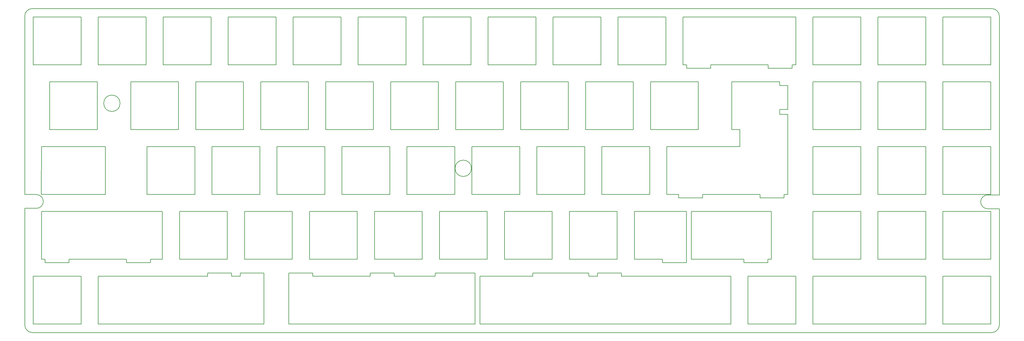
<source format=gbr>
%TF.GenerationSoftware,KiCad,Pcbnew,(7.0.0)*%
%TF.CreationDate,2023-03-30T18:52:10+02:00*%
%TF.ProjectId,qazimodo plate,71617a69-6d6f-4646-9f20-706c6174652e,rev?*%
%TF.SameCoordinates,Original*%
%TF.FileFunction,Profile,NP*%
%FSLAX46Y46*%
G04 Gerber Fmt 4.6, Leading zero omitted, Abs format (unit mm)*
G04 Created by KiCad (PCBNEW (7.0.0)) date 2023-03-30 18:52:10*
%MOMM*%
%LPD*%
G01*
G04 APERTURE LIST*
%TA.AperFunction,Profile*%
%ADD10C,0.200000*%
%TD*%
G04 APERTURE END LIST*
D10*
X138760937Y-48552682D02*
X124760937Y-48552682D01*
X51943000Y-105702682D02*
X50942187Y-105702682D01*
X195910937Y-62552682D02*
X195910937Y-48552682D01*
X248412000Y-86652682D02*
X234298437Y-86652682D01*
X310210937Y-86652682D02*
X296210937Y-86652682D01*
X310210937Y-48552682D02*
X296210937Y-48552682D01*
X166360937Y-124752682D02*
X160192187Y-124752682D01*
X296210937Y-81602682D02*
X310210937Y-81602682D01*
X143523437Y-119702682D02*
X143523437Y-105702682D01*
X291160937Y-86652682D02*
X277160937Y-86652682D01*
X191435937Y-81602682D02*
X205435937Y-81602682D01*
X224773437Y-119702682D02*
X233004187Y-119702682D01*
X214960937Y-48552682D02*
X200960937Y-48552682D01*
X154342687Y-123752682D02*
X154310937Y-123752682D01*
X148285937Y-81602682D02*
X148285937Y-67602682D01*
X48560937Y-138752682D02*
X62560937Y-138752682D01*
X229535937Y-81602682D02*
X243535937Y-81602682D01*
X191148437Y-86652682D02*
X177148437Y-86652682D01*
X296210937Y-67602682D02*
X296210937Y-81602682D01*
X119710937Y-48552682D02*
X105710937Y-48552682D01*
X291160937Y-119702682D02*
X291160937Y-105702682D01*
X46037500Y-104775000D02*
X46040054Y-139031184D01*
X77135937Y-67602682D02*
X77135937Y-81602682D01*
X194967687Y-123752682D02*
X194967687Y-124752682D01*
X65024000Y-100652682D02*
X69704687Y-100652682D01*
X261642687Y-101652682D02*
X268642687Y-101652682D01*
X210485937Y-81602682D02*
X224485937Y-81602682D01*
X224773437Y-105702682D02*
X224773437Y-119702682D01*
X129523437Y-119702682D02*
X143523437Y-119702682D01*
X172098437Y-100652682D02*
X172098437Y-86652682D01*
X269729687Y-77127682D02*
X267348437Y-77127682D01*
X264967187Y-105702682D02*
X250952000Y-105702682D01*
X253348437Y-67602682D02*
X253348437Y-81602682D01*
X91423437Y-119702682D02*
X105423437Y-119702682D01*
X62560937Y-124752682D02*
X48560937Y-124752682D01*
X186385937Y-81602682D02*
X186385937Y-67602682D01*
X100660937Y-62552682D02*
X100660937Y-48552682D01*
X129523437Y-105702682D02*
X129523437Y-119702682D01*
X162860937Y-62552682D02*
X176860937Y-62552682D01*
X315260937Y-124752682D02*
X315260937Y-138752682D01*
X328353046Y-100838005D02*
G75*
G03*
X328353044Y-104901995I-5546J-2031995D01*
G01*
X291160937Y-100652682D02*
X291160937Y-86652682D01*
X255729687Y-81602682D02*
X255729687Y-86652682D01*
X195910937Y-48552682D02*
X181910937Y-48552682D01*
X81610937Y-62552682D02*
X81610937Y-48552682D01*
X315260937Y-67602682D02*
X315260937Y-81602682D01*
X115235937Y-67602682D02*
X115235937Y-81602682D01*
X277160937Y-119702682D02*
X291160937Y-119702682D01*
X138760937Y-62552682D02*
X138760937Y-48552682D01*
X211460937Y-123752682D02*
X206883000Y-123752682D01*
X91135937Y-81602682D02*
X91135937Y-67602682D01*
X123466687Y-123752682D02*
X123466687Y-138752682D01*
X267348437Y-67602682D02*
X253348437Y-67602682D01*
X244766687Y-100652682D02*
X246126000Y-100652682D01*
X124473437Y-119702682D02*
X124473437Y-105702682D01*
X215248437Y-100652682D02*
X229248437Y-100652682D01*
X315260937Y-86652682D02*
X315260937Y-100652682D01*
X53323437Y-67602682D02*
X53323437Y-81602682D01*
X200673437Y-105702682D02*
X186673437Y-105702682D01*
X277160937Y-124752682D02*
X277160937Y-138752682D01*
X329260937Y-62552682D02*
X329260937Y-48552682D01*
X133998437Y-100652682D02*
X133998437Y-86652682D01*
X220985937Y-124752682D02*
X220985937Y-123752682D01*
X277160937Y-105702682D02*
X277160937Y-119702682D01*
X86660937Y-62552682D02*
X100660937Y-62552682D01*
X309123937Y-138752682D02*
X310210937Y-138752682D01*
X59029187Y-119702682D02*
X74549000Y-119702682D01*
X154342687Y-124752682D02*
X154342687Y-123752682D01*
X229535937Y-67602682D02*
X229535937Y-81602682D01*
X100660937Y-48552682D02*
X86660937Y-48552682D01*
X240004187Y-105702682D02*
X238773437Y-105702682D01*
X181910937Y-62552682D02*
X195910937Y-62552682D01*
X267348437Y-77127682D02*
X267348437Y-75689682D01*
X179529687Y-124752682D02*
X179529687Y-138752682D01*
X173360937Y-123752682D02*
X171091687Y-123752682D01*
X263880187Y-119702682D02*
X264967187Y-119702682D01*
X172098437Y-86652682D02*
X158098437Y-86652682D01*
X247147937Y-62552682D02*
X262636000Y-62552682D01*
X110473437Y-105702682D02*
X110473437Y-119702682D01*
X267348437Y-68689682D02*
X267348437Y-67602682D01*
X310210937Y-100652682D02*
X310210937Y-86652682D01*
X205435937Y-81602682D02*
X205435937Y-67602682D01*
X46041701Y-100711000D02*
X49452502Y-100711000D01*
X133998437Y-86652682D02*
X119998437Y-86652682D01*
X224485937Y-81602682D02*
X224485937Y-67602682D01*
X82905187Y-120702682D02*
X82905187Y-119702682D01*
X267348437Y-75689682D02*
X269729687Y-75689682D01*
X49452502Y-104774996D02*
G75*
G03*
X49452504Y-100711004I5598J2031996D01*
G01*
X124760937Y-62552682D02*
X138760937Y-62552682D01*
X263880187Y-120702682D02*
X263880187Y-119702682D01*
X214960937Y-62552682D02*
X214960937Y-48552682D01*
X171091687Y-123752682D02*
X166360937Y-123752682D01*
X64897000Y-86652682D02*
X50942187Y-86652682D01*
X243535937Y-81602682D02*
X243535937Y-67602682D01*
X59029187Y-120702682D02*
X59029187Y-119702682D01*
X239060937Y-62552682D02*
X240147937Y-62552682D01*
X296210937Y-62552682D02*
X310210937Y-62552682D01*
X315260937Y-138752682D02*
X329260937Y-138752682D01*
X296210937Y-86652682D02*
X296210937Y-100652682D01*
X253060937Y-138752682D02*
X253060937Y-124752682D01*
X315260937Y-48552682D02*
X315260937Y-62552682D01*
X67610937Y-138752682D02*
X116205000Y-138752682D01*
X110185937Y-81602682D02*
X110185937Y-67602682D01*
X91135937Y-67602682D02*
X77135937Y-67602682D01*
X119998437Y-100652682D02*
X133998437Y-100652682D01*
X329260937Y-105702682D02*
X315260937Y-105702682D01*
X205723437Y-119702682D02*
X219723437Y-119702682D01*
X237766687Y-101652682D02*
X244766687Y-101652682D01*
X191148437Y-100652682D02*
X191148437Y-86652682D01*
X277160937Y-48552682D02*
X277160937Y-62552682D01*
X53323437Y-81602682D02*
X67323437Y-81602682D01*
X153335937Y-67602682D02*
X153335937Y-81602682D01*
X109210937Y-124752682D02*
X106692187Y-124752682D01*
X250967187Y-105702682D02*
X241442187Y-105702682D01*
X211460937Y-124752682D02*
X211460937Y-123752682D01*
X194967687Y-124752682D02*
X181864000Y-124752682D01*
X291160937Y-62552682D02*
X291160937Y-48552682D01*
X229248437Y-100652682D02*
X229248437Y-86652682D01*
X96185937Y-67602682D02*
X96185937Y-81602682D01*
X244766687Y-101652682D02*
X244766687Y-100652682D01*
X262636000Y-62552682D02*
X264023937Y-62552682D01*
X224485937Y-67602682D02*
X210485937Y-67602682D01*
X86660937Y-48552682D02*
X86660937Y-62552682D01*
X329260937Y-48552682D02*
X315260937Y-48552682D01*
X264967187Y-119702682D02*
X264967187Y-105702682D01*
X291160937Y-48552682D02*
X277160937Y-48552682D01*
X291160937Y-105702682D02*
X277160937Y-105702682D01*
X167335937Y-81602682D02*
X167335937Y-67602682D01*
X67610937Y-124752682D02*
X67610937Y-138752682D01*
X239060937Y-48552682D02*
X239060937Y-62552682D01*
X100948437Y-86652682D02*
X100948437Y-100652682D01*
X213985937Y-124752682D02*
X211460937Y-124752682D01*
X268642687Y-101652682D02*
X268642687Y-100652682D01*
X67610937Y-48552682D02*
X67610937Y-62552682D01*
X81898437Y-86652682D02*
X81898437Y-100652682D01*
X177009344Y-93001114D02*
G75*
G03*
X177009344Y-93001114I-2400000J0D01*
G01*
X48560937Y-48552682D02*
X48560937Y-62552682D01*
X277160937Y-67602682D02*
X277160937Y-81602682D01*
X261642687Y-100652682D02*
X261642687Y-101652682D01*
X277160937Y-62552682D02*
X291160937Y-62552682D01*
X329260937Y-67602682D02*
X315260937Y-67602682D01*
X210485937Y-67602682D02*
X210485937Y-81602682D01*
X48560937Y-62552682D02*
X62560937Y-62552682D01*
X315260937Y-100652682D02*
X329260937Y-100652682D01*
X186673437Y-119702682D02*
X200673437Y-119702682D01*
X310210937Y-81602682D02*
X310210937Y-67602682D01*
X148573437Y-105702682D02*
X148573437Y-119702682D01*
X50942187Y-119702682D02*
X52029187Y-119702682D01*
X116210937Y-123752682D02*
X109210937Y-123752682D01*
X166360937Y-123752682D02*
X166360937Y-124752682D01*
X82905187Y-119702682D02*
X86373437Y-119702682D01*
X91423437Y-105702682D02*
X91423437Y-119702682D01*
X291160937Y-81602682D02*
X291160937Y-67602682D01*
X220010937Y-48552682D02*
X220010937Y-62552682D01*
X114948437Y-86652682D02*
X100948437Y-86652682D01*
X99692187Y-123752682D02*
X99685937Y-123752682D01*
X233004187Y-120702682D02*
X240004187Y-120702682D01*
X310210937Y-124752682D02*
X309123937Y-124752682D01*
X52029187Y-119702682D02*
X52029187Y-120702682D01*
X157810937Y-48552682D02*
X143810937Y-48552682D01*
X196198437Y-100652682D02*
X210198437Y-100652682D01*
X219723437Y-119702682D02*
X219723437Y-105702682D01*
X110185937Y-67602682D02*
X96185937Y-67602682D01*
X48290054Y-141281184D02*
X329540054Y-141281184D01*
X119710937Y-62552682D02*
X119710937Y-48552682D01*
X277160937Y-138752682D02*
X278247937Y-138752682D01*
X234298437Y-100652682D02*
X237766687Y-100652682D01*
X172385937Y-67602682D02*
X172385937Y-81602682D01*
X172385937Y-81602682D02*
X186385937Y-81602682D01*
X210198437Y-86652682D02*
X196198437Y-86652682D01*
X272110937Y-62552682D02*
X272110937Y-48552682D01*
X158098437Y-86652682D02*
X158098437Y-100652682D01*
X315260937Y-105702682D02*
X315260937Y-119702682D01*
X234010937Y-62552682D02*
X234010937Y-48552682D01*
X167623437Y-105702682D02*
X167623437Y-119702682D01*
X191435937Y-67602682D02*
X191435937Y-81602682D01*
X310210937Y-67602682D02*
X296210937Y-67602682D01*
X181864000Y-138752682D02*
X253060937Y-138752682D01*
X143810937Y-62552682D02*
X157810937Y-62552682D01*
X296210937Y-100652682D02*
X310210937Y-100652682D01*
X116210937Y-138752682D02*
X116210937Y-123752682D01*
X81610937Y-48552682D02*
X67610937Y-48552682D01*
X186385937Y-67602682D02*
X172385937Y-67602682D01*
X50927000Y-100652682D02*
X65024000Y-100652682D01*
X143810937Y-48552682D02*
X143810937Y-62552682D01*
X167623437Y-119702682D02*
X181623437Y-119702682D01*
X143523437Y-105702682D02*
X129523437Y-105702682D01*
X329260937Y-124752682D02*
X315260937Y-124752682D01*
X119998437Y-86652682D02*
X119998437Y-100652682D01*
X264023937Y-62552682D02*
X264023937Y-63552682D01*
X67323437Y-81602682D02*
X67323437Y-67602682D01*
X106692187Y-123752682D02*
X106685937Y-123752682D01*
X272110937Y-124752682D02*
X258110937Y-124752682D01*
X130466687Y-124752682D02*
X130466687Y-123752682D01*
X73991873Y-73880935D02*
G75*
G03*
X73991873Y-73880935I-2400000J0D01*
G01*
X123466687Y-138752682D02*
X124714000Y-138752682D01*
X139048437Y-100652682D02*
X153048437Y-100652682D01*
X176860937Y-48552682D02*
X162860937Y-48552682D01*
X310210937Y-62552682D02*
X310210937Y-48552682D01*
X256880187Y-119702682D02*
X256880187Y-120702682D01*
X100948437Y-100652682D02*
X114948437Y-100652682D01*
X129235937Y-67602682D02*
X115235937Y-67602682D01*
X105423437Y-119702682D02*
X105423437Y-105702682D01*
X310210937Y-119702682D02*
X310210937Y-105702682D01*
X129235937Y-81602682D02*
X129235937Y-67602682D01*
X105423437Y-105702682D02*
X91423437Y-105702682D01*
X75905187Y-119702682D02*
X75905187Y-120702682D01*
X176860937Y-62552682D02*
X176860937Y-48552682D01*
X296210937Y-105702682D02*
X296210937Y-119702682D01*
X220985937Y-123752682D02*
X213985937Y-123752682D01*
X296210937Y-48552682D02*
X296210937Y-62552682D01*
X315260937Y-62552682D02*
X329260937Y-62552682D01*
X147310937Y-124752682D02*
X138811000Y-124752682D01*
X196198437Y-86652682D02*
X196198437Y-100652682D01*
X240004187Y-120702682D02*
X240004187Y-105702682D01*
X99695000Y-124752682D02*
X67610937Y-124752682D01*
X74549000Y-119702682D02*
X75905187Y-119702682D01*
X331790116Y-48281184D02*
G75*
G03*
X329540054Y-46031184I-2250016J-16D01*
G01*
X240147937Y-63552682D02*
X247147937Y-63552682D01*
X243535937Y-67602682D02*
X229535937Y-67602682D01*
X271023937Y-62552682D02*
X272110937Y-62552682D01*
X153048437Y-86652682D02*
X139048437Y-86652682D01*
X238760000Y-105702682D02*
X224773437Y-105702682D01*
X269729687Y-100652682D02*
X269729687Y-99695000D01*
X310210937Y-138752682D02*
X310210937Y-124752682D01*
X46037500Y-104775000D02*
X49452502Y-104775000D01*
X241442187Y-105702682D02*
X241442187Y-119702682D01*
X219723437Y-105702682D02*
X205723437Y-105702682D01*
X277160937Y-100652682D02*
X291160937Y-100652682D01*
X181864000Y-124752682D02*
X179529687Y-124752682D01*
X206883000Y-123752682D02*
X194967687Y-123752682D01*
X160192187Y-124752682D02*
X154342687Y-124752682D01*
X240147937Y-62552682D02*
X240147937Y-63552682D01*
X124714000Y-138752682D02*
X178091687Y-138752682D01*
X105710937Y-48552682D02*
X105710937Y-62552682D01*
X106685937Y-123752682D02*
X99692187Y-123752682D01*
X269729687Y-99695000D02*
X269729687Y-77127682D01*
X115235937Y-81602682D02*
X129235937Y-81602682D01*
X331790766Y-100839711D02*
X331790054Y-48281184D01*
X167335937Y-67602682D02*
X153335937Y-67602682D01*
X162573437Y-105702682D02*
X148573437Y-105702682D01*
X331790766Y-100839711D02*
X328353046Y-100838000D01*
X247147937Y-63552682D02*
X247147937Y-62552682D01*
X237766687Y-100652682D02*
X237766687Y-101652682D01*
X296210937Y-119702682D02*
X310210937Y-119702682D01*
X95898437Y-86652682D02*
X81898437Y-86652682D01*
X48290054Y-46031154D02*
G75*
G03*
X46040054Y-48281184I46J-2250046D01*
G01*
X269729687Y-68689682D02*
X267348437Y-68689682D01*
X315260937Y-81602682D02*
X329260937Y-81602682D01*
X234298437Y-86652682D02*
X234298437Y-100652682D01*
X75905187Y-120702682D02*
X82905187Y-120702682D01*
X67323437Y-67602682D02*
X53323437Y-67602682D01*
X86373437Y-119702682D02*
X86373437Y-105702682D01*
X69704687Y-100652682D02*
X69704687Y-86652682D01*
X241442187Y-119702682D02*
X250967187Y-119702682D01*
X220010937Y-62552682D02*
X234010937Y-62552682D01*
X50942187Y-86652682D02*
X50927000Y-100652682D01*
X331787498Y-104901996D02*
X331790054Y-139031184D01*
X272110937Y-138752682D02*
X272110937Y-124752682D01*
X62560937Y-62552682D02*
X62560937Y-48552682D01*
X329260937Y-119702682D02*
X329260937Y-105702682D01*
X213985937Y-123752682D02*
X213985937Y-124752682D01*
X162860937Y-48552682D02*
X162860937Y-62552682D01*
X291160937Y-67602682D02*
X277160937Y-67602682D01*
X329260937Y-81602682D02*
X329260937Y-67602682D01*
X258110937Y-138752682D02*
X272110937Y-138752682D01*
X240147937Y-48552682D02*
X239060937Y-48552682D01*
X110473437Y-119702682D02*
X124473437Y-119702682D01*
X181910937Y-48552682D02*
X181910937Y-62552682D01*
X278247937Y-138752682D02*
X309123937Y-138752682D01*
X148285937Y-67602682D02*
X134285937Y-67602682D01*
X95898437Y-100652682D02*
X95898437Y-86652682D01*
X268642687Y-100652682D02*
X269729687Y-100652682D01*
X124473437Y-105702682D02*
X110473437Y-105702682D01*
X48560937Y-124752682D02*
X48560937Y-138752682D01*
X229248437Y-86652682D02*
X215248437Y-86652682D01*
X86373437Y-105702682D02*
X51943000Y-105702682D01*
X46040054Y-48281184D02*
X46041701Y-100711000D01*
X246126000Y-100652682D02*
X261642687Y-100652682D01*
X124760937Y-48552682D02*
X124760937Y-62552682D01*
X157810937Y-62552682D02*
X157810937Y-48552682D01*
X181623437Y-119702682D02*
X181623437Y-105702682D01*
X200960937Y-48552682D02*
X200960937Y-62552682D01*
X177148437Y-86652682D02*
X177148437Y-100652682D01*
X99685937Y-123752682D02*
X99685937Y-124752682D01*
X329260937Y-86652682D02*
X315260937Y-86652682D01*
X96185937Y-81602682D02*
X110185937Y-81602682D01*
X46040116Y-139031184D02*
G75*
G03*
X48290054Y-141281184I2249984J-16D01*
G01*
X69704687Y-86652682D02*
X64897000Y-86652682D01*
X186673437Y-105702682D02*
X186673437Y-119702682D01*
X215248437Y-86652682D02*
X215248437Y-100652682D01*
X62560937Y-138752682D02*
X62560937Y-124752682D01*
X109210937Y-123752682D02*
X109210937Y-124752682D01*
X331787498Y-104901996D02*
X328353044Y-104901996D01*
X329260937Y-100652682D02*
X329260937Y-86652682D01*
X256880187Y-120702682D02*
X263880187Y-120702682D01*
X200673437Y-119702682D02*
X200673437Y-105702682D01*
X181623437Y-105702682D02*
X167623437Y-105702682D01*
X309118000Y-124752682D02*
X277160937Y-124752682D01*
X67610937Y-62552682D02*
X81610937Y-62552682D01*
X50942187Y-105702682D02*
X50942187Y-119702682D01*
X269729687Y-75689682D02*
X269729687Y-68689682D01*
X210198437Y-100652682D02*
X210198437Y-86652682D01*
X158098437Y-100652682D02*
X172098437Y-100652682D01*
X315260937Y-119702682D02*
X329260937Y-119702682D01*
X134285937Y-67602682D02*
X134285937Y-81602682D01*
X106692187Y-124752682D02*
X106692187Y-123752682D01*
X310210937Y-105702682D02*
X296210937Y-105702682D01*
X277160937Y-86652682D02*
X277160937Y-100652682D01*
X277160937Y-81602682D02*
X291160937Y-81602682D01*
X148573437Y-119702682D02*
X162573437Y-119702682D01*
X329260937Y-138752682D02*
X329260937Y-124752682D01*
X264023937Y-63552682D02*
X271023937Y-63552682D01*
X162573437Y-119702682D02*
X162573437Y-105702682D01*
X177148437Y-100652682D02*
X191148437Y-100652682D01*
X253060937Y-124752682D02*
X248412000Y-124752682D01*
X130466687Y-123752682D02*
X123466687Y-123752682D01*
X62560937Y-48552682D02*
X48560937Y-48552682D01*
X271023937Y-63552682D02*
X271023937Y-62552682D01*
X205435937Y-67602682D02*
X191435937Y-67602682D01*
X134285937Y-81602682D02*
X148285937Y-81602682D01*
X200960937Y-62552682D02*
X214960937Y-62552682D01*
X105710937Y-62552682D02*
X119710937Y-62552682D01*
X81898437Y-100652682D02*
X95898437Y-100652682D01*
X255729687Y-86652682D02*
X248412000Y-86652682D01*
X178091687Y-138752682D02*
X178091687Y-123752682D01*
X114948437Y-100652682D02*
X114948437Y-86652682D01*
X178091687Y-123752682D02*
X173360937Y-123752682D01*
X250952000Y-119702682D02*
X256880187Y-119702682D01*
X272110937Y-48552682D02*
X240157000Y-48552682D01*
X153048437Y-100652682D02*
X153048437Y-86652682D01*
X258110937Y-124752682D02*
X258110937Y-138752682D01*
X138811000Y-124752682D02*
X130466687Y-124752682D01*
X77135937Y-81602682D02*
X91135937Y-81602682D01*
X233004187Y-119702682D02*
X233004187Y-120702682D01*
X147310937Y-123752682D02*
X147310937Y-124752682D01*
X253348437Y-81602682D02*
X255729687Y-81602682D01*
X329540054Y-141281154D02*
G75*
G03*
X331790054Y-139031184I46J2249954D01*
G01*
X234010937Y-48552682D02*
X220010937Y-48552682D01*
X153335937Y-81602682D02*
X167335937Y-81602682D01*
X179529687Y-138752682D02*
X181864000Y-138752682D01*
X139048437Y-86652682D02*
X139048437Y-100652682D01*
X154310937Y-123752682D02*
X147320000Y-123752682D01*
X205723437Y-105702682D02*
X205723437Y-119702682D01*
X52029187Y-120702682D02*
X59029187Y-120702682D01*
X329540054Y-46031184D02*
X48290054Y-46031184D01*
X248412000Y-124752682D02*
X220985937Y-124752682D01*
M02*

</source>
